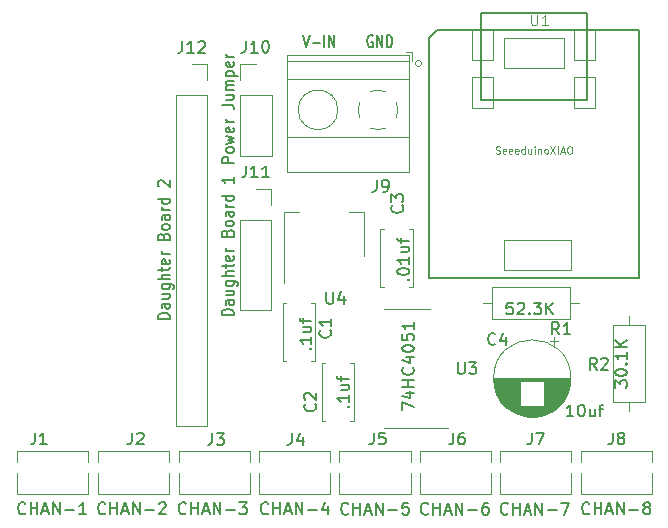
<source format=gbr>
%TF.GenerationSoftware,KiCad,Pcbnew,5.1.10-88a1d61d58~90~ubuntu20.04.1*%
%TF.CreationDate,2021-09-13T14:47:35-04:00*%
%TF.ProjectId,VoltageCurrentMeter,566f6c74-6167-4654-9375-7272656e744d,rev?*%
%TF.SameCoordinates,Original*%
%TF.FileFunction,Legend,Top*%
%TF.FilePolarity,Positive*%
%FSLAX46Y46*%
G04 Gerber Fmt 4.6, Leading zero omitted, Abs format (unit mm)*
G04 Created by KiCad (PCBNEW 5.1.10-88a1d61d58~90~ubuntu20.04.1) date 2021-09-13 14:47:35*
%MOMM*%
%LPD*%
G01*
G04 APERTURE LIST*
%ADD10C,0.120000*%
%ADD11C,0.100000*%
%ADD12C,0.127000*%
%ADD13C,0.066040*%
%ADD14C,0.150000*%
%ADD15C,0.101600*%
%ADD16C,0.076200*%
G04 APERTURE END LIST*
D10*
%TO.C,J12*%
X70485000Y-84953800D02*
X71815000Y-84953800D01*
X71815000Y-84953800D02*
X71815000Y-86283800D01*
X71815000Y-87553800D02*
X71815000Y-115553800D01*
X69155000Y-115553800D02*
X71815000Y-115553800D01*
X69155000Y-87553800D02*
X69155000Y-115553800D01*
X69155000Y-87553800D02*
X71815000Y-87553800D01*
%TO.C,J10*%
X74616000Y-84928400D02*
X75946000Y-84928400D01*
X74616000Y-86258400D02*
X74616000Y-84928400D01*
X74616000Y-87528400D02*
X77276000Y-87528400D01*
X77276000Y-87528400D02*
X77276000Y-92668400D01*
X74616000Y-87528400D02*
X74616000Y-92668400D01*
X74616000Y-92668400D02*
X77276000Y-92668400D01*
%TO.C,J11*%
X75895200Y-95494800D02*
X77225200Y-95494800D01*
X77225200Y-95494800D02*
X77225200Y-96824800D01*
X77225200Y-98094800D02*
X77225200Y-105774800D01*
X74565200Y-105774800D02*
X77225200Y-105774800D01*
X74565200Y-98094800D02*
X74565200Y-105774800D01*
X74565200Y-98094800D02*
X77225200Y-98094800D01*
%TO.C,J8*%
X103416000Y-117692400D02*
X109436000Y-117692400D01*
X103416000Y-119542400D02*
X103416000Y-121362400D01*
X103416000Y-121362400D02*
X109436000Y-121362400D01*
X109436000Y-119542400D02*
X109436000Y-121362400D01*
X103416000Y-117692400D02*
X103416000Y-118642400D01*
X109436000Y-117692400D02*
X109436000Y-118642400D01*
%TO.C,J7*%
X96608800Y-117692400D02*
X102628800Y-117692400D01*
X96608800Y-119542400D02*
X96608800Y-121362400D01*
X96608800Y-121362400D02*
X102628800Y-121362400D01*
X102628800Y-119542400D02*
X102628800Y-121362400D01*
X96608800Y-117692400D02*
X96608800Y-118642400D01*
X102628800Y-117692400D02*
X102628800Y-118642400D01*
%TO.C,J6*%
X89801600Y-117692400D02*
X95821600Y-117692400D01*
X89801600Y-119542400D02*
X89801600Y-121362400D01*
X89801600Y-121362400D02*
X95821600Y-121362400D01*
X95821600Y-119542400D02*
X95821600Y-121362400D01*
X89801600Y-117692400D02*
X89801600Y-118642400D01*
X95821600Y-117692400D02*
X95821600Y-118642400D01*
%TO.C,J5*%
X82994400Y-117692400D02*
X89014400Y-117692400D01*
X82994400Y-119542400D02*
X82994400Y-121362400D01*
X82994400Y-121362400D02*
X89014400Y-121362400D01*
X89014400Y-119542400D02*
X89014400Y-121362400D01*
X82994400Y-117692400D02*
X82994400Y-118642400D01*
X89014400Y-117692400D02*
X89014400Y-118642400D01*
%TO.C,J4*%
X76187200Y-117692400D02*
X82207200Y-117692400D01*
X76187200Y-119542400D02*
X76187200Y-121362400D01*
X76187200Y-121362400D02*
X82207200Y-121362400D01*
X82207200Y-119542400D02*
X82207200Y-121362400D01*
X76187200Y-117692400D02*
X76187200Y-118642400D01*
X82207200Y-117692400D02*
X82207200Y-118642400D01*
%TO.C,J3*%
X69380000Y-117692400D02*
X75400000Y-117692400D01*
X69380000Y-119542400D02*
X69380000Y-121362400D01*
X69380000Y-121362400D02*
X75400000Y-121362400D01*
X75400000Y-119542400D02*
X75400000Y-121362400D01*
X69380000Y-117692400D02*
X69380000Y-118642400D01*
X75400000Y-117692400D02*
X75400000Y-118642400D01*
%TO.C,J2*%
X68542000Y-117692400D02*
X68542000Y-118642400D01*
X62522000Y-117692400D02*
X62522000Y-118642400D01*
X68542000Y-119542400D02*
X68542000Y-121362400D01*
X62522000Y-121362400D02*
X68542000Y-121362400D01*
X62522000Y-119542400D02*
X62522000Y-121362400D01*
X62522000Y-117692400D02*
X68542000Y-117692400D01*
%TO.C,J1*%
X55664000Y-117692400D02*
X61684000Y-117692400D01*
X55664000Y-119542400D02*
X55664000Y-121362400D01*
X55664000Y-121362400D02*
X61684000Y-121362400D01*
X61684000Y-119542400D02*
X61684000Y-121362400D01*
X55664000Y-117692400D02*
X55664000Y-118642400D01*
X61684000Y-117692400D02*
X61684000Y-118642400D01*
D11*
%TO.C,U1*%
X89941400Y-84861400D02*
G75*
G03*
X89941400Y-84861400I-254000J0D01*
G01*
D12*
X94970600Y-87952580D02*
X94970600Y-80599280D01*
X103969820Y-87952580D02*
X94970600Y-87952580D01*
X103969820Y-80599280D02*
X103969820Y-87952580D01*
X94975680Y-80599280D02*
X103969820Y-80599280D01*
X90576400Y-82694780D02*
X90576400Y-103022400D01*
X91246960Y-82024220D02*
X90576400Y-82694780D01*
X108374180Y-82024220D02*
X91246960Y-82024220D01*
X108374180Y-103022400D02*
X108374180Y-82024220D01*
X90576400Y-103022400D02*
X108374180Y-103022400D01*
D13*
X102895400Y-84607400D02*
X102895400Y-81940400D01*
X102895400Y-81940400D02*
X104673400Y-81940400D01*
X104673400Y-84607400D02*
X104673400Y-81940400D01*
X102895400Y-84607400D02*
X104673400Y-84607400D01*
X102895400Y-88673940D02*
X102895400Y-86004400D01*
X102895400Y-86004400D02*
X104673400Y-86004400D01*
X104673400Y-88673940D02*
X104673400Y-86004400D01*
X102895400Y-88673940D02*
X104673400Y-88673940D01*
X94259400Y-88673940D02*
X94259400Y-86004400D01*
X94259400Y-86004400D02*
X96037400Y-86004400D01*
X96037400Y-88673940D02*
X96037400Y-86004400D01*
X94259400Y-88673940D02*
X96037400Y-88673940D01*
X94259400Y-84607400D02*
X94259400Y-81940400D01*
X94259400Y-81940400D02*
X96037400Y-81940400D01*
X96037400Y-84607400D02*
X96037400Y-81940400D01*
X94259400Y-84607400D02*
X96037400Y-84607400D01*
X96926400Y-102387400D02*
X96926400Y-99847400D01*
X96926400Y-99847400D02*
X102641400Y-99847400D01*
X102641400Y-102387400D02*
X102641400Y-99847400D01*
X96926400Y-102387400D02*
X102641400Y-102387400D01*
X96926400Y-85242400D02*
X96926400Y-82702400D01*
X96926400Y-82702400D02*
X102006400Y-82702400D01*
X102006400Y-85242400D02*
X102006400Y-82702400D01*
X96926400Y-85242400D02*
X102006400Y-85242400D01*
D10*
%TO.C,U4*%
X78276400Y-103451500D02*
X78276400Y-97441500D01*
X85096400Y-101201500D02*
X85096400Y-97441500D01*
X78276400Y-97441500D02*
X79536400Y-97441500D01*
X85096400Y-97441500D02*
X83836400Y-97441500D01*
%TO.C,C1*%
X78497800Y-110075200D02*
X78182800Y-110075200D01*
X80922800Y-110075200D02*
X80607800Y-110075200D01*
X78497800Y-105135200D02*
X78182800Y-105135200D01*
X80922800Y-105135200D02*
X80607800Y-105135200D01*
X78182800Y-105135200D02*
X78182800Y-110075200D01*
X80922800Y-105135200D02*
X80922800Y-110075200D01*
%TO.C,C2*%
X81484800Y-115133600D02*
X81484800Y-110193600D01*
X84224800Y-115133600D02*
X84224800Y-110193600D01*
X81484800Y-115133600D02*
X81799800Y-115133600D01*
X83909800Y-115133600D02*
X84224800Y-115133600D01*
X81484800Y-110193600D02*
X81799800Y-110193600D01*
X83909800Y-110193600D02*
X84224800Y-110193600D01*
%TO.C,C3*%
X86463200Y-103805200D02*
X86463200Y-98865200D01*
X89203200Y-103805200D02*
X89203200Y-98865200D01*
X86463200Y-103805200D02*
X86778200Y-103805200D01*
X88888200Y-103805200D02*
X89203200Y-103805200D01*
X86463200Y-98865200D02*
X86778200Y-98865200D01*
X88888200Y-98865200D02*
X89203200Y-98865200D01*
%TO.C,C4*%
X102584000Y-111536800D02*
G75*
G03*
X102584000Y-111536800I-3270000J0D01*
G01*
X102544000Y-111536800D02*
X96084000Y-111536800D01*
X102544000Y-111576800D02*
X96084000Y-111576800D01*
X102544000Y-111616800D02*
X96084000Y-111616800D01*
X102542000Y-111656800D02*
X96086000Y-111656800D01*
X102541000Y-111696800D02*
X96087000Y-111696800D01*
X102538000Y-111736800D02*
X96090000Y-111736800D01*
X102536000Y-111776800D02*
X100354000Y-111776800D01*
X98274000Y-111776800D02*
X96092000Y-111776800D01*
X102532000Y-111816800D02*
X100354000Y-111816800D01*
X98274000Y-111816800D02*
X96096000Y-111816800D01*
X102529000Y-111856800D02*
X100354000Y-111856800D01*
X98274000Y-111856800D02*
X96099000Y-111856800D01*
X102525000Y-111896800D02*
X100354000Y-111896800D01*
X98274000Y-111896800D02*
X96103000Y-111896800D01*
X102520000Y-111936800D02*
X100354000Y-111936800D01*
X98274000Y-111936800D02*
X96108000Y-111936800D01*
X102515000Y-111976800D02*
X100354000Y-111976800D01*
X98274000Y-111976800D02*
X96113000Y-111976800D01*
X102509000Y-112016800D02*
X100354000Y-112016800D01*
X98274000Y-112016800D02*
X96119000Y-112016800D01*
X102503000Y-112056800D02*
X100354000Y-112056800D01*
X98274000Y-112056800D02*
X96125000Y-112056800D01*
X102496000Y-112096800D02*
X100354000Y-112096800D01*
X98274000Y-112096800D02*
X96132000Y-112096800D01*
X102489000Y-112136800D02*
X100354000Y-112136800D01*
X98274000Y-112136800D02*
X96139000Y-112136800D01*
X102481000Y-112176800D02*
X100354000Y-112176800D01*
X98274000Y-112176800D02*
X96147000Y-112176800D01*
X102473000Y-112216800D02*
X100354000Y-112216800D01*
X98274000Y-112216800D02*
X96155000Y-112216800D01*
X102464000Y-112257800D02*
X100354000Y-112257800D01*
X98274000Y-112257800D02*
X96164000Y-112257800D01*
X102455000Y-112297800D02*
X100354000Y-112297800D01*
X98274000Y-112297800D02*
X96173000Y-112297800D01*
X102445000Y-112337800D02*
X100354000Y-112337800D01*
X98274000Y-112337800D02*
X96183000Y-112337800D01*
X102435000Y-112377800D02*
X100354000Y-112377800D01*
X98274000Y-112377800D02*
X96193000Y-112377800D01*
X102424000Y-112417800D02*
X100354000Y-112417800D01*
X98274000Y-112417800D02*
X96204000Y-112417800D01*
X102412000Y-112457800D02*
X100354000Y-112457800D01*
X98274000Y-112457800D02*
X96216000Y-112457800D01*
X102400000Y-112497800D02*
X100354000Y-112497800D01*
X98274000Y-112497800D02*
X96228000Y-112497800D01*
X102388000Y-112537800D02*
X100354000Y-112537800D01*
X98274000Y-112537800D02*
X96240000Y-112537800D01*
X102375000Y-112577800D02*
X100354000Y-112577800D01*
X98274000Y-112577800D02*
X96253000Y-112577800D01*
X102361000Y-112617800D02*
X100354000Y-112617800D01*
X98274000Y-112617800D02*
X96267000Y-112617800D01*
X102347000Y-112657800D02*
X100354000Y-112657800D01*
X98274000Y-112657800D02*
X96281000Y-112657800D01*
X102332000Y-112697800D02*
X100354000Y-112697800D01*
X98274000Y-112697800D02*
X96296000Y-112697800D01*
X102316000Y-112737800D02*
X100354000Y-112737800D01*
X98274000Y-112737800D02*
X96312000Y-112737800D01*
X102300000Y-112777800D02*
X100354000Y-112777800D01*
X98274000Y-112777800D02*
X96328000Y-112777800D01*
X102284000Y-112817800D02*
X100354000Y-112817800D01*
X98274000Y-112817800D02*
X96344000Y-112817800D01*
X102266000Y-112857800D02*
X100354000Y-112857800D01*
X98274000Y-112857800D02*
X96362000Y-112857800D01*
X102248000Y-112897800D02*
X100354000Y-112897800D01*
X98274000Y-112897800D02*
X96380000Y-112897800D01*
X102230000Y-112937800D02*
X100354000Y-112937800D01*
X98274000Y-112937800D02*
X96398000Y-112937800D01*
X102210000Y-112977800D02*
X100354000Y-112977800D01*
X98274000Y-112977800D02*
X96418000Y-112977800D01*
X102190000Y-113017800D02*
X100354000Y-113017800D01*
X98274000Y-113017800D02*
X96438000Y-113017800D01*
X102170000Y-113057800D02*
X100354000Y-113057800D01*
X98274000Y-113057800D02*
X96458000Y-113057800D01*
X102148000Y-113097800D02*
X100354000Y-113097800D01*
X98274000Y-113097800D02*
X96480000Y-113097800D01*
X102126000Y-113137800D02*
X100354000Y-113137800D01*
X98274000Y-113137800D02*
X96502000Y-113137800D01*
X102104000Y-113177800D02*
X100354000Y-113177800D01*
X98274000Y-113177800D02*
X96524000Y-113177800D01*
X102080000Y-113217800D02*
X100354000Y-113217800D01*
X98274000Y-113217800D02*
X96548000Y-113217800D01*
X102056000Y-113257800D02*
X100354000Y-113257800D01*
X98274000Y-113257800D02*
X96572000Y-113257800D01*
X102030000Y-113297800D02*
X100354000Y-113297800D01*
X98274000Y-113297800D02*
X96598000Y-113297800D01*
X102004000Y-113337800D02*
X100354000Y-113337800D01*
X98274000Y-113337800D02*
X96624000Y-113337800D01*
X101978000Y-113377800D02*
X100354000Y-113377800D01*
X98274000Y-113377800D02*
X96650000Y-113377800D01*
X101950000Y-113417800D02*
X100354000Y-113417800D01*
X98274000Y-113417800D02*
X96678000Y-113417800D01*
X101921000Y-113457800D02*
X100354000Y-113457800D01*
X98274000Y-113457800D02*
X96707000Y-113457800D01*
X101892000Y-113497800D02*
X100354000Y-113497800D01*
X98274000Y-113497800D02*
X96736000Y-113497800D01*
X101862000Y-113537800D02*
X100354000Y-113537800D01*
X98274000Y-113537800D02*
X96766000Y-113537800D01*
X101830000Y-113577800D02*
X100354000Y-113577800D01*
X98274000Y-113577800D02*
X96798000Y-113577800D01*
X101798000Y-113617800D02*
X100354000Y-113617800D01*
X98274000Y-113617800D02*
X96830000Y-113617800D01*
X101764000Y-113657800D02*
X100354000Y-113657800D01*
X98274000Y-113657800D02*
X96864000Y-113657800D01*
X101730000Y-113697800D02*
X100354000Y-113697800D01*
X98274000Y-113697800D02*
X96898000Y-113697800D01*
X101694000Y-113737800D02*
X100354000Y-113737800D01*
X98274000Y-113737800D02*
X96934000Y-113737800D01*
X101657000Y-113777800D02*
X100354000Y-113777800D01*
X98274000Y-113777800D02*
X96971000Y-113777800D01*
X101619000Y-113817800D02*
X100354000Y-113817800D01*
X98274000Y-113817800D02*
X97009000Y-113817800D01*
X101579000Y-113857800D02*
X97049000Y-113857800D01*
X101538000Y-113897800D02*
X97090000Y-113897800D01*
X101496000Y-113937800D02*
X97132000Y-113937800D01*
X101451000Y-113977800D02*
X97177000Y-113977800D01*
X101406000Y-114017800D02*
X97222000Y-114017800D01*
X101358000Y-114057800D02*
X97270000Y-114057800D01*
X101309000Y-114097800D02*
X97319000Y-114097800D01*
X101258000Y-114137800D02*
X97370000Y-114137800D01*
X101204000Y-114177800D02*
X97424000Y-114177800D01*
X101148000Y-114217800D02*
X97480000Y-114217800D01*
X101090000Y-114257800D02*
X97538000Y-114257800D01*
X101028000Y-114297800D02*
X97600000Y-114297800D01*
X100964000Y-114337800D02*
X97664000Y-114337800D01*
X100895000Y-114377800D02*
X97733000Y-114377800D01*
X100823000Y-114417800D02*
X97805000Y-114417800D01*
X100746000Y-114457800D02*
X97882000Y-114457800D01*
X100664000Y-114497800D02*
X97964000Y-114497800D01*
X100576000Y-114537800D02*
X98052000Y-114537800D01*
X100479000Y-114577800D02*
X98149000Y-114577800D01*
X100373000Y-114617800D02*
X98255000Y-114617800D01*
X100254000Y-114657800D02*
X98374000Y-114657800D01*
X100116000Y-114697800D02*
X98512000Y-114697800D01*
X99947000Y-114737800D02*
X98681000Y-114737800D01*
X99716000Y-114777800D02*
X98912000Y-114777800D01*
X101153000Y-108036559D02*
X101153000Y-108666559D01*
X101468000Y-108351559D02*
X100838000Y-108351559D01*
%TO.C,J9*%
X82858400Y-88798400D02*
G75*
G03*
X82858400Y-88798400I-1680000J0D01*
G01*
X88858400Y-84698400D02*
X78578400Y-84698400D01*
X88858400Y-86198400D02*
X78578400Y-86198400D01*
X88858400Y-91099400D02*
X78578400Y-91099400D01*
X88858400Y-94059400D02*
X78578400Y-94059400D01*
X88858400Y-84138400D02*
X78578400Y-84138400D01*
X88858400Y-94059400D02*
X88858400Y-84138400D01*
X78578400Y-94059400D02*
X78578400Y-84138400D01*
X79903400Y-89867400D02*
X79950400Y-89821400D01*
X82212400Y-87559400D02*
X82247400Y-87524400D01*
X80108400Y-90073400D02*
X80143400Y-90037400D01*
X82405400Y-87775400D02*
X82452400Y-87729400D01*
X89098400Y-84638400D02*
X89098400Y-83898400D01*
X89098400Y-83898400D02*
X88598400Y-83898400D01*
X85575082Y-87263644D02*
G75*
G02*
X86258400Y-87118400I683318J-1534756D01*
G01*
X84722974Y-89481442D02*
G75*
G02*
X84723400Y-88114400I1535426J683042D01*
G01*
X86941442Y-90333826D02*
G75*
G02*
X85574400Y-90333400I-683042J1535426D01*
G01*
X87793826Y-88115358D02*
G75*
G02*
X87793400Y-89482400I-1535426J-683042D01*
G01*
X86229595Y-87118147D02*
G75*
G02*
X86942400Y-87263400I28805J-1680253D01*
G01*
%TO.C,R1*%
X103252400Y-105156000D02*
X102482400Y-105156000D01*
X95172400Y-105156000D02*
X95942400Y-105156000D01*
X102482400Y-103786000D02*
X95942400Y-103786000D01*
X102482400Y-106526000D02*
X102482400Y-103786000D01*
X95942400Y-106526000D02*
X102482400Y-106526000D01*
X95942400Y-103786000D02*
X95942400Y-106526000D01*
%TO.C,R2*%
X108862800Y-107016800D02*
X106122800Y-107016800D01*
X106122800Y-107016800D02*
X106122800Y-113556800D01*
X106122800Y-113556800D02*
X108862800Y-113556800D01*
X108862800Y-113556800D02*
X108862800Y-107016800D01*
X107492800Y-106246800D02*
X107492800Y-107016800D01*
X107492800Y-114326800D02*
X107492800Y-113556800D01*
%TO.C,U3*%
X88747600Y-105633200D02*
X86797600Y-105633200D01*
X88747600Y-105633200D02*
X90697600Y-105633200D01*
X88747600Y-115753200D02*
X86797600Y-115753200D01*
X88747600Y-115753200D02*
X92197600Y-115753200D01*
%TO.C,J12*%
D14*
X69675476Y-82966180D02*
X69675476Y-83680466D01*
X69627857Y-83823323D01*
X69532619Y-83918561D01*
X69389761Y-83966180D01*
X69294523Y-83966180D01*
X70675476Y-83966180D02*
X70104047Y-83966180D01*
X70389761Y-83966180D02*
X70389761Y-82966180D01*
X70294523Y-83109038D01*
X70199285Y-83204276D01*
X70104047Y-83251895D01*
X71056428Y-83061419D02*
X71104047Y-83013800D01*
X71199285Y-82966180D01*
X71437380Y-82966180D01*
X71532619Y-83013800D01*
X71580238Y-83061419D01*
X71627857Y-83156657D01*
X71627857Y-83251895D01*
X71580238Y-83394752D01*
X71008809Y-83966180D01*
X71627857Y-83966180D01*
X68625980Y-106484800D02*
X67625980Y-106484800D01*
X67625980Y-106270514D01*
X67673600Y-106141942D01*
X67768838Y-106056228D01*
X67864076Y-106013371D01*
X68054552Y-105970514D01*
X68197409Y-105970514D01*
X68387885Y-106013371D01*
X68483123Y-106056228D01*
X68578361Y-106141942D01*
X68625980Y-106270514D01*
X68625980Y-106484800D01*
X68625980Y-105199085D02*
X68102171Y-105199085D01*
X68006933Y-105241942D01*
X67959314Y-105327657D01*
X67959314Y-105499085D01*
X68006933Y-105584800D01*
X68578361Y-105199085D02*
X68625980Y-105284800D01*
X68625980Y-105499085D01*
X68578361Y-105584800D01*
X68483123Y-105627657D01*
X68387885Y-105627657D01*
X68292647Y-105584800D01*
X68245028Y-105499085D01*
X68245028Y-105284800D01*
X68197409Y-105199085D01*
X67959314Y-104384800D02*
X68625980Y-104384800D01*
X67959314Y-104770514D02*
X68483123Y-104770514D01*
X68578361Y-104727657D01*
X68625980Y-104641942D01*
X68625980Y-104513371D01*
X68578361Y-104427657D01*
X68530742Y-104384800D01*
X67959314Y-103570514D02*
X68768838Y-103570514D01*
X68864076Y-103613371D01*
X68911695Y-103656228D01*
X68959314Y-103741942D01*
X68959314Y-103870514D01*
X68911695Y-103956228D01*
X68578361Y-103570514D02*
X68625980Y-103656228D01*
X68625980Y-103827657D01*
X68578361Y-103913371D01*
X68530742Y-103956228D01*
X68435504Y-103999085D01*
X68149790Y-103999085D01*
X68054552Y-103956228D01*
X68006933Y-103913371D01*
X67959314Y-103827657D01*
X67959314Y-103656228D01*
X68006933Y-103570514D01*
X68625980Y-103141942D02*
X67625980Y-103141942D01*
X68625980Y-102756228D02*
X68102171Y-102756228D01*
X68006933Y-102799085D01*
X67959314Y-102884800D01*
X67959314Y-103013371D01*
X68006933Y-103099085D01*
X68054552Y-103141942D01*
X67959314Y-102456228D02*
X67959314Y-102113371D01*
X67625980Y-102327657D02*
X68483123Y-102327657D01*
X68578361Y-102284800D01*
X68625980Y-102199085D01*
X68625980Y-102113371D01*
X68578361Y-101470514D02*
X68625980Y-101556228D01*
X68625980Y-101727657D01*
X68578361Y-101813371D01*
X68483123Y-101856228D01*
X68102171Y-101856228D01*
X68006933Y-101813371D01*
X67959314Y-101727657D01*
X67959314Y-101556228D01*
X68006933Y-101470514D01*
X68102171Y-101427657D01*
X68197409Y-101427657D01*
X68292647Y-101856228D01*
X68625980Y-101041942D02*
X67959314Y-101041942D01*
X68149790Y-101041942D02*
X68054552Y-100999085D01*
X68006933Y-100956228D01*
X67959314Y-100870514D01*
X67959314Y-100784800D01*
X68102171Y-99499085D02*
X68149790Y-99370514D01*
X68197409Y-99327657D01*
X68292647Y-99284800D01*
X68435504Y-99284800D01*
X68530742Y-99327657D01*
X68578361Y-99370514D01*
X68625980Y-99456228D01*
X68625980Y-99799085D01*
X67625980Y-99799085D01*
X67625980Y-99499085D01*
X67673600Y-99413371D01*
X67721219Y-99370514D01*
X67816457Y-99327657D01*
X67911695Y-99327657D01*
X68006933Y-99370514D01*
X68054552Y-99413371D01*
X68102171Y-99499085D01*
X68102171Y-99799085D01*
X68625980Y-98770514D02*
X68578361Y-98856228D01*
X68530742Y-98899085D01*
X68435504Y-98941942D01*
X68149790Y-98941942D01*
X68054552Y-98899085D01*
X68006933Y-98856228D01*
X67959314Y-98770514D01*
X67959314Y-98641942D01*
X68006933Y-98556228D01*
X68054552Y-98513371D01*
X68149790Y-98470514D01*
X68435504Y-98470514D01*
X68530742Y-98513371D01*
X68578361Y-98556228D01*
X68625980Y-98641942D01*
X68625980Y-98770514D01*
X68625980Y-97699085D02*
X68102171Y-97699085D01*
X68006933Y-97741942D01*
X67959314Y-97827657D01*
X67959314Y-97999085D01*
X68006933Y-98084800D01*
X68578361Y-97699085D02*
X68625980Y-97784800D01*
X68625980Y-97999085D01*
X68578361Y-98084800D01*
X68483123Y-98127657D01*
X68387885Y-98127657D01*
X68292647Y-98084800D01*
X68245028Y-97999085D01*
X68245028Y-97784800D01*
X68197409Y-97699085D01*
X68625980Y-97270514D02*
X67959314Y-97270514D01*
X68149790Y-97270514D02*
X68054552Y-97227657D01*
X68006933Y-97184800D01*
X67959314Y-97099085D01*
X67959314Y-97013371D01*
X68625980Y-96327657D02*
X67625980Y-96327657D01*
X68578361Y-96327657D02*
X68625980Y-96413371D01*
X68625980Y-96584800D01*
X68578361Y-96670514D01*
X68530742Y-96713371D01*
X68435504Y-96756228D01*
X68149790Y-96756228D01*
X68054552Y-96713371D01*
X68006933Y-96670514D01*
X67959314Y-96584800D01*
X67959314Y-96413371D01*
X68006933Y-96327657D01*
X67721219Y-95256228D02*
X67673600Y-95213371D01*
X67625980Y-95127657D01*
X67625980Y-94913371D01*
X67673600Y-94827657D01*
X67721219Y-94784800D01*
X67816457Y-94741942D01*
X67911695Y-94741942D01*
X68054552Y-94784800D01*
X68625980Y-95299085D01*
X68625980Y-94741942D01*
%TO.C,J10*%
X75060276Y-82942180D02*
X75060276Y-83656466D01*
X75012657Y-83799323D01*
X74917419Y-83894561D01*
X74774561Y-83942180D01*
X74679323Y-83942180D01*
X76060276Y-83942180D02*
X75488847Y-83942180D01*
X75774561Y-83942180D02*
X75774561Y-82942180D01*
X75679323Y-83085038D01*
X75584085Y-83180276D01*
X75488847Y-83227895D01*
X76679323Y-82942180D02*
X76774561Y-82942180D01*
X76869800Y-82989800D01*
X76917419Y-83037419D01*
X76965038Y-83132657D01*
X77012657Y-83323133D01*
X77012657Y-83561228D01*
X76965038Y-83751704D01*
X76917419Y-83846942D01*
X76869800Y-83894561D01*
X76774561Y-83942180D01*
X76679323Y-83942180D01*
X76584085Y-83894561D01*
X76536466Y-83846942D01*
X76488847Y-83751704D01*
X76441228Y-83561228D01*
X76441228Y-83323133D01*
X76488847Y-83132657D01*
X76536466Y-83037419D01*
X76584085Y-82989800D01*
X76679323Y-82942180D01*
X74061580Y-93290457D02*
X73061580Y-93290457D01*
X73061580Y-92947600D01*
X73109200Y-92861885D01*
X73156819Y-92819028D01*
X73252057Y-92776171D01*
X73394914Y-92776171D01*
X73490152Y-92819028D01*
X73537771Y-92861885D01*
X73585390Y-92947600D01*
X73585390Y-93290457D01*
X74061580Y-92261885D02*
X74013961Y-92347600D01*
X73966342Y-92390457D01*
X73871104Y-92433314D01*
X73585390Y-92433314D01*
X73490152Y-92390457D01*
X73442533Y-92347600D01*
X73394914Y-92261885D01*
X73394914Y-92133314D01*
X73442533Y-92047600D01*
X73490152Y-92004742D01*
X73585390Y-91961885D01*
X73871104Y-91961885D01*
X73966342Y-92004742D01*
X74013961Y-92047600D01*
X74061580Y-92133314D01*
X74061580Y-92261885D01*
X73394914Y-91661885D02*
X74061580Y-91490457D01*
X73585390Y-91319028D01*
X74061580Y-91147600D01*
X73394914Y-90976171D01*
X74013961Y-90290457D02*
X74061580Y-90376171D01*
X74061580Y-90547600D01*
X74013961Y-90633314D01*
X73918723Y-90676171D01*
X73537771Y-90676171D01*
X73442533Y-90633314D01*
X73394914Y-90547600D01*
X73394914Y-90376171D01*
X73442533Y-90290457D01*
X73537771Y-90247600D01*
X73633009Y-90247600D01*
X73728247Y-90676171D01*
X74061580Y-89861885D02*
X73394914Y-89861885D01*
X73585390Y-89861885D02*
X73490152Y-89819028D01*
X73442533Y-89776171D01*
X73394914Y-89690457D01*
X73394914Y-89604742D01*
X73061580Y-88361885D02*
X73775866Y-88361885D01*
X73918723Y-88404742D01*
X74013961Y-88490457D01*
X74061580Y-88619028D01*
X74061580Y-88704742D01*
X73394914Y-87547600D02*
X74061580Y-87547600D01*
X73394914Y-87933314D02*
X73918723Y-87933314D01*
X74013961Y-87890457D01*
X74061580Y-87804742D01*
X74061580Y-87676171D01*
X74013961Y-87590457D01*
X73966342Y-87547600D01*
X74061580Y-87119028D02*
X73394914Y-87119028D01*
X73490152Y-87119028D02*
X73442533Y-87076171D01*
X73394914Y-86990457D01*
X73394914Y-86861885D01*
X73442533Y-86776171D01*
X73537771Y-86733314D01*
X74061580Y-86733314D01*
X73537771Y-86733314D02*
X73442533Y-86690457D01*
X73394914Y-86604742D01*
X73394914Y-86476171D01*
X73442533Y-86390457D01*
X73537771Y-86347600D01*
X74061580Y-86347600D01*
X73394914Y-85919028D02*
X74394914Y-85919028D01*
X73442533Y-85919028D02*
X73394914Y-85833314D01*
X73394914Y-85661885D01*
X73442533Y-85576171D01*
X73490152Y-85533314D01*
X73585390Y-85490457D01*
X73871104Y-85490457D01*
X73966342Y-85533314D01*
X74013961Y-85576171D01*
X74061580Y-85661885D01*
X74061580Y-85833314D01*
X74013961Y-85919028D01*
X74013961Y-84761885D02*
X74061580Y-84847600D01*
X74061580Y-85019028D01*
X74013961Y-85104742D01*
X73918723Y-85147600D01*
X73537771Y-85147600D01*
X73442533Y-85104742D01*
X73394914Y-85019028D01*
X73394914Y-84847600D01*
X73442533Y-84761885D01*
X73537771Y-84719028D01*
X73633009Y-84719028D01*
X73728247Y-85147600D01*
X74061580Y-84333314D02*
X73394914Y-84333314D01*
X73585390Y-84333314D02*
X73490152Y-84290457D01*
X73442533Y-84247600D01*
X73394914Y-84161885D01*
X73394914Y-84076171D01*
%TO.C,J11*%
X75085676Y-93507180D02*
X75085676Y-94221466D01*
X75038057Y-94364323D01*
X74942819Y-94459561D01*
X74799961Y-94507180D01*
X74704723Y-94507180D01*
X76085676Y-94507180D02*
X75514247Y-94507180D01*
X75799961Y-94507180D02*
X75799961Y-93507180D01*
X75704723Y-93650038D01*
X75609485Y-93745276D01*
X75514247Y-93792895D01*
X77038057Y-94507180D02*
X76466628Y-94507180D01*
X76752342Y-94507180D02*
X76752342Y-93507180D01*
X76657104Y-93650038D01*
X76561866Y-93745276D01*
X76466628Y-93792895D01*
X74036180Y-106205400D02*
X73036180Y-106205400D01*
X73036180Y-105991114D01*
X73083800Y-105862542D01*
X73179038Y-105776828D01*
X73274276Y-105733971D01*
X73464752Y-105691114D01*
X73607609Y-105691114D01*
X73798085Y-105733971D01*
X73893323Y-105776828D01*
X73988561Y-105862542D01*
X74036180Y-105991114D01*
X74036180Y-106205400D01*
X74036180Y-104919685D02*
X73512371Y-104919685D01*
X73417133Y-104962542D01*
X73369514Y-105048257D01*
X73369514Y-105219685D01*
X73417133Y-105305400D01*
X73988561Y-104919685D02*
X74036180Y-105005400D01*
X74036180Y-105219685D01*
X73988561Y-105305400D01*
X73893323Y-105348257D01*
X73798085Y-105348257D01*
X73702847Y-105305400D01*
X73655228Y-105219685D01*
X73655228Y-105005400D01*
X73607609Y-104919685D01*
X73369514Y-104105400D02*
X74036180Y-104105400D01*
X73369514Y-104491114D02*
X73893323Y-104491114D01*
X73988561Y-104448257D01*
X74036180Y-104362542D01*
X74036180Y-104233971D01*
X73988561Y-104148257D01*
X73940942Y-104105400D01*
X73369514Y-103291114D02*
X74179038Y-103291114D01*
X74274276Y-103333971D01*
X74321895Y-103376828D01*
X74369514Y-103462542D01*
X74369514Y-103591114D01*
X74321895Y-103676828D01*
X73988561Y-103291114D02*
X74036180Y-103376828D01*
X74036180Y-103548257D01*
X73988561Y-103633971D01*
X73940942Y-103676828D01*
X73845704Y-103719685D01*
X73559990Y-103719685D01*
X73464752Y-103676828D01*
X73417133Y-103633971D01*
X73369514Y-103548257D01*
X73369514Y-103376828D01*
X73417133Y-103291114D01*
X74036180Y-102862542D02*
X73036180Y-102862542D01*
X74036180Y-102476828D02*
X73512371Y-102476828D01*
X73417133Y-102519685D01*
X73369514Y-102605400D01*
X73369514Y-102733971D01*
X73417133Y-102819685D01*
X73464752Y-102862542D01*
X73369514Y-102176828D02*
X73369514Y-101833971D01*
X73036180Y-102048257D02*
X73893323Y-102048257D01*
X73988561Y-102005400D01*
X74036180Y-101919685D01*
X74036180Y-101833971D01*
X73988561Y-101191114D02*
X74036180Y-101276828D01*
X74036180Y-101448257D01*
X73988561Y-101533971D01*
X73893323Y-101576828D01*
X73512371Y-101576828D01*
X73417133Y-101533971D01*
X73369514Y-101448257D01*
X73369514Y-101276828D01*
X73417133Y-101191114D01*
X73512371Y-101148257D01*
X73607609Y-101148257D01*
X73702847Y-101576828D01*
X74036180Y-100762542D02*
X73369514Y-100762542D01*
X73559990Y-100762542D02*
X73464752Y-100719685D01*
X73417133Y-100676828D01*
X73369514Y-100591114D01*
X73369514Y-100505400D01*
X73512371Y-99219685D02*
X73559990Y-99091114D01*
X73607609Y-99048257D01*
X73702847Y-99005400D01*
X73845704Y-99005400D01*
X73940942Y-99048257D01*
X73988561Y-99091114D01*
X74036180Y-99176828D01*
X74036180Y-99519685D01*
X73036180Y-99519685D01*
X73036180Y-99219685D01*
X73083800Y-99133971D01*
X73131419Y-99091114D01*
X73226657Y-99048257D01*
X73321895Y-99048257D01*
X73417133Y-99091114D01*
X73464752Y-99133971D01*
X73512371Y-99219685D01*
X73512371Y-99519685D01*
X74036180Y-98491114D02*
X73988561Y-98576828D01*
X73940942Y-98619685D01*
X73845704Y-98662542D01*
X73559990Y-98662542D01*
X73464752Y-98619685D01*
X73417133Y-98576828D01*
X73369514Y-98491114D01*
X73369514Y-98362542D01*
X73417133Y-98276828D01*
X73464752Y-98233971D01*
X73559990Y-98191114D01*
X73845704Y-98191114D01*
X73940942Y-98233971D01*
X73988561Y-98276828D01*
X74036180Y-98362542D01*
X74036180Y-98491114D01*
X74036180Y-97419685D02*
X73512371Y-97419685D01*
X73417133Y-97462542D01*
X73369514Y-97548257D01*
X73369514Y-97719685D01*
X73417133Y-97805400D01*
X73988561Y-97419685D02*
X74036180Y-97505400D01*
X74036180Y-97719685D01*
X73988561Y-97805400D01*
X73893323Y-97848257D01*
X73798085Y-97848257D01*
X73702847Y-97805400D01*
X73655228Y-97719685D01*
X73655228Y-97505400D01*
X73607609Y-97419685D01*
X74036180Y-96991114D02*
X73369514Y-96991114D01*
X73559990Y-96991114D02*
X73464752Y-96948257D01*
X73417133Y-96905400D01*
X73369514Y-96819685D01*
X73369514Y-96733971D01*
X74036180Y-96048257D02*
X73036180Y-96048257D01*
X73988561Y-96048257D02*
X74036180Y-96133971D01*
X74036180Y-96305400D01*
X73988561Y-96391114D01*
X73940942Y-96433971D01*
X73845704Y-96476828D01*
X73559990Y-96476828D01*
X73464752Y-96433971D01*
X73417133Y-96391114D01*
X73369514Y-96305400D01*
X73369514Y-96133971D01*
X73417133Y-96048257D01*
X74036180Y-94462542D02*
X74036180Y-94976828D01*
X74036180Y-94719685D02*
X73036180Y-94719685D01*
X73179038Y-94805400D01*
X73274276Y-94891114D01*
X73321895Y-94976828D01*
%TO.C,J8*%
X106118066Y-116114580D02*
X106118066Y-116828866D01*
X106070447Y-116971723D01*
X105975209Y-117066961D01*
X105832352Y-117114580D01*
X105737114Y-117114580D01*
X106737114Y-116543152D02*
X106641876Y-116495533D01*
X106594257Y-116447914D01*
X106546638Y-116352676D01*
X106546638Y-116305057D01*
X106594257Y-116209819D01*
X106641876Y-116162200D01*
X106737114Y-116114580D01*
X106927590Y-116114580D01*
X107022828Y-116162200D01*
X107070447Y-116209819D01*
X107118066Y-116305057D01*
X107118066Y-116352676D01*
X107070447Y-116447914D01*
X107022828Y-116495533D01*
X106927590Y-116543152D01*
X106737114Y-116543152D01*
X106641876Y-116590771D01*
X106594257Y-116638390D01*
X106546638Y-116733628D01*
X106546638Y-116924104D01*
X106594257Y-117019342D01*
X106641876Y-117066961D01*
X106737114Y-117114580D01*
X106927590Y-117114580D01*
X107022828Y-117066961D01*
X107070447Y-117019342D01*
X107118066Y-116924104D01*
X107118066Y-116733628D01*
X107070447Y-116638390D01*
X107022828Y-116590771D01*
X106927590Y-116543152D01*
X104164095Y-122937542D02*
X104116476Y-122985161D01*
X103973619Y-123032780D01*
X103878380Y-123032780D01*
X103735523Y-122985161D01*
X103640285Y-122889923D01*
X103592666Y-122794685D01*
X103545047Y-122604209D01*
X103545047Y-122461352D01*
X103592666Y-122270876D01*
X103640285Y-122175638D01*
X103735523Y-122080400D01*
X103878380Y-122032780D01*
X103973619Y-122032780D01*
X104116476Y-122080400D01*
X104164095Y-122128019D01*
X104592666Y-123032780D02*
X104592666Y-122032780D01*
X104592666Y-122508971D02*
X105164095Y-122508971D01*
X105164095Y-123032780D02*
X105164095Y-122032780D01*
X105592666Y-122747066D02*
X106068857Y-122747066D01*
X105497428Y-123032780D02*
X105830761Y-122032780D01*
X106164095Y-123032780D01*
X106497428Y-123032780D02*
X106497428Y-122032780D01*
X107068857Y-123032780D01*
X107068857Y-122032780D01*
X107545047Y-122651828D02*
X108306952Y-122651828D01*
X108926000Y-122461352D02*
X108830761Y-122413733D01*
X108783142Y-122366114D01*
X108735523Y-122270876D01*
X108735523Y-122223257D01*
X108783142Y-122128019D01*
X108830761Y-122080400D01*
X108926000Y-122032780D01*
X109116476Y-122032780D01*
X109211714Y-122080400D01*
X109259333Y-122128019D01*
X109306952Y-122223257D01*
X109306952Y-122270876D01*
X109259333Y-122366114D01*
X109211714Y-122413733D01*
X109116476Y-122461352D01*
X108926000Y-122461352D01*
X108830761Y-122508971D01*
X108783142Y-122556590D01*
X108735523Y-122651828D01*
X108735523Y-122842304D01*
X108783142Y-122937542D01*
X108830761Y-122985161D01*
X108926000Y-123032780D01*
X109116476Y-123032780D01*
X109211714Y-122985161D01*
X109259333Y-122937542D01*
X109306952Y-122842304D01*
X109306952Y-122651828D01*
X109259333Y-122556590D01*
X109211714Y-122508971D01*
X109116476Y-122461352D01*
%TO.C,J7*%
X99285466Y-116114580D02*
X99285466Y-116828866D01*
X99237847Y-116971723D01*
X99142609Y-117066961D01*
X98999752Y-117114580D01*
X98904514Y-117114580D01*
X99666419Y-116114580D02*
X100333085Y-116114580D01*
X99904514Y-117114580D01*
X97255295Y-122962942D02*
X97207676Y-123010561D01*
X97064819Y-123058180D01*
X96969580Y-123058180D01*
X96826723Y-123010561D01*
X96731485Y-122915323D01*
X96683866Y-122820085D01*
X96636247Y-122629609D01*
X96636247Y-122486752D01*
X96683866Y-122296276D01*
X96731485Y-122201038D01*
X96826723Y-122105800D01*
X96969580Y-122058180D01*
X97064819Y-122058180D01*
X97207676Y-122105800D01*
X97255295Y-122153419D01*
X97683866Y-123058180D02*
X97683866Y-122058180D01*
X97683866Y-122534371D02*
X98255295Y-122534371D01*
X98255295Y-123058180D02*
X98255295Y-122058180D01*
X98683866Y-122772466D02*
X99160057Y-122772466D01*
X98588628Y-123058180D02*
X98921961Y-122058180D01*
X99255295Y-123058180D01*
X99588628Y-123058180D02*
X99588628Y-122058180D01*
X100160057Y-123058180D01*
X100160057Y-122058180D01*
X100636247Y-122677228D02*
X101398152Y-122677228D01*
X101779104Y-122058180D02*
X102445771Y-122058180D01*
X102017200Y-123058180D01*
%TO.C,J6*%
X92630666Y-116114580D02*
X92630666Y-116828866D01*
X92583047Y-116971723D01*
X92487809Y-117066961D01*
X92344952Y-117114580D01*
X92249714Y-117114580D01*
X93535428Y-116114580D02*
X93344952Y-116114580D01*
X93249714Y-116162200D01*
X93202095Y-116209819D01*
X93106857Y-116352676D01*
X93059238Y-116543152D01*
X93059238Y-116924104D01*
X93106857Y-117019342D01*
X93154476Y-117066961D01*
X93249714Y-117114580D01*
X93440190Y-117114580D01*
X93535428Y-117066961D01*
X93583047Y-117019342D01*
X93630666Y-116924104D01*
X93630666Y-116686009D01*
X93583047Y-116590771D01*
X93535428Y-116543152D01*
X93440190Y-116495533D01*
X93249714Y-116495533D01*
X93154476Y-116543152D01*
X93106857Y-116590771D01*
X93059238Y-116686009D01*
X90498895Y-122962942D02*
X90451276Y-123010561D01*
X90308419Y-123058180D01*
X90213180Y-123058180D01*
X90070323Y-123010561D01*
X89975085Y-122915323D01*
X89927466Y-122820085D01*
X89879847Y-122629609D01*
X89879847Y-122486752D01*
X89927466Y-122296276D01*
X89975085Y-122201038D01*
X90070323Y-122105800D01*
X90213180Y-122058180D01*
X90308419Y-122058180D01*
X90451276Y-122105800D01*
X90498895Y-122153419D01*
X90927466Y-123058180D02*
X90927466Y-122058180D01*
X90927466Y-122534371D02*
X91498895Y-122534371D01*
X91498895Y-123058180D02*
X91498895Y-122058180D01*
X91927466Y-122772466D02*
X92403657Y-122772466D01*
X91832228Y-123058180D02*
X92165561Y-122058180D01*
X92498895Y-123058180D01*
X92832228Y-123058180D02*
X92832228Y-122058180D01*
X93403657Y-123058180D01*
X93403657Y-122058180D01*
X93879847Y-122677228D02*
X94641752Y-122677228D01*
X95546514Y-122058180D02*
X95356038Y-122058180D01*
X95260800Y-122105800D01*
X95213180Y-122153419D01*
X95117942Y-122296276D01*
X95070323Y-122486752D01*
X95070323Y-122867704D01*
X95117942Y-122962942D01*
X95165561Y-123010561D01*
X95260800Y-123058180D01*
X95451276Y-123058180D01*
X95546514Y-123010561D01*
X95594133Y-122962942D01*
X95641752Y-122867704D01*
X95641752Y-122629609D01*
X95594133Y-122534371D01*
X95546514Y-122486752D01*
X95451276Y-122439133D01*
X95260800Y-122439133D01*
X95165561Y-122486752D01*
X95117942Y-122534371D01*
X95070323Y-122629609D01*
%TO.C,J5*%
X85899666Y-116114580D02*
X85899666Y-116828866D01*
X85852047Y-116971723D01*
X85756809Y-117066961D01*
X85613952Y-117114580D01*
X85518714Y-117114580D01*
X86852047Y-116114580D02*
X86375857Y-116114580D01*
X86328238Y-116590771D01*
X86375857Y-116543152D01*
X86471095Y-116495533D01*
X86709190Y-116495533D01*
X86804428Y-116543152D01*
X86852047Y-116590771D01*
X86899666Y-116686009D01*
X86899666Y-116924104D01*
X86852047Y-117019342D01*
X86804428Y-117066961D01*
X86709190Y-117114580D01*
X86471095Y-117114580D01*
X86375857Y-117066961D01*
X86328238Y-117019342D01*
X83742495Y-122962942D02*
X83694876Y-123010561D01*
X83552019Y-123058180D01*
X83456780Y-123058180D01*
X83313923Y-123010561D01*
X83218685Y-122915323D01*
X83171066Y-122820085D01*
X83123447Y-122629609D01*
X83123447Y-122486752D01*
X83171066Y-122296276D01*
X83218685Y-122201038D01*
X83313923Y-122105800D01*
X83456780Y-122058180D01*
X83552019Y-122058180D01*
X83694876Y-122105800D01*
X83742495Y-122153419D01*
X84171066Y-123058180D02*
X84171066Y-122058180D01*
X84171066Y-122534371D02*
X84742495Y-122534371D01*
X84742495Y-123058180D02*
X84742495Y-122058180D01*
X85171066Y-122772466D02*
X85647257Y-122772466D01*
X85075828Y-123058180D02*
X85409161Y-122058180D01*
X85742495Y-123058180D01*
X86075828Y-123058180D02*
X86075828Y-122058180D01*
X86647257Y-123058180D01*
X86647257Y-122058180D01*
X87123447Y-122677228D02*
X87885352Y-122677228D01*
X88837733Y-122058180D02*
X88361542Y-122058180D01*
X88313923Y-122534371D01*
X88361542Y-122486752D01*
X88456780Y-122439133D01*
X88694876Y-122439133D01*
X88790114Y-122486752D01*
X88837733Y-122534371D01*
X88885352Y-122629609D01*
X88885352Y-122867704D01*
X88837733Y-122962942D01*
X88790114Y-123010561D01*
X88694876Y-123058180D01*
X88456780Y-123058180D01*
X88361542Y-123010561D01*
X88313923Y-122962942D01*
%TO.C,J4*%
X78965466Y-116165380D02*
X78965466Y-116879666D01*
X78917847Y-117022523D01*
X78822609Y-117117761D01*
X78679752Y-117165380D01*
X78584514Y-117165380D01*
X79870228Y-116498714D02*
X79870228Y-117165380D01*
X79632133Y-116117761D02*
X79394038Y-116832047D01*
X80013085Y-116832047D01*
X76960695Y-122937542D02*
X76913076Y-122985161D01*
X76770219Y-123032780D01*
X76674980Y-123032780D01*
X76532123Y-122985161D01*
X76436885Y-122889923D01*
X76389266Y-122794685D01*
X76341647Y-122604209D01*
X76341647Y-122461352D01*
X76389266Y-122270876D01*
X76436885Y-122175638D01*
X76532123Y-122080400D01*
X76674980Y-122032780D01*
X76770219Y-122032780D01*
X76913076Y-122080400D01*
X76960695Y-122128019D01*
X77389266Y-123032780D02*
X77389266Y-122032780D01*
X77389266Y-122508971D02*
X77960695Y-122508971D01*
X77960695Y-123032780D02*
X77960695Y-122032780D01*
X78389266Y-122747066D02*
X78865457Y-122747066D01*
X78294028Y-123032780D02*
X78627361Y-122032780D01*
X78960695Y-123032780D01*
X79294028Y-123032780D02*
X79294028Y-122032780D01*
X79865457Y-123032780D01*
X79865457Y-122032780D01*
X80341647Y-122651828D02*
X81103552Y-122651828D01*
X82008314Y-122366114D02*
X82008314Y-123032780D01*
X81770219Y-121985161D02*
X81532123Y-122699447D01*
X82151171Y-122699447D01*
%TO.C,J3*%
X72209066Y-116165380D02*
X72209066Y-116879666D01*
X72161447Y-117022523D01*
X72066209Y-117117761D01*
X71923352Y-117165380D01*
X71828114Y-117165380D01*
X72590019Y-116165380D02*
X73209066Y-116165380D01*
X72875733Y-116546333D01*
X73018590Y-116546333D01*
X73113828Y-116593952D01*
X73161447Y-116641571D01*
X73209066Y-116736809D01*
X73209066Y-116974904D01*
X73161447Y-117070142D01*
X73113828Y-117117761D01*
X73018590Y-117165380D01*
X72732876Y-117165380D01*
X72637638Y-117117761D01*
X72590019Y-117070142D01*
X70001095Y-122937542D02*
X69953476Y-122985161D01*
X69810619Y-123032780D01*
X69715380Y-123032780D01*
X69572523Y-122985161D01*
X69477285Y-122889923D01*
X69429666Y-122794685D01*
X69382047Y-122604209D01*
X69382047Y-122461352D01*
X69429666Y-122270876D01*
X69477285Y-122175638D01*
X69572523Y-122080400D01*
X69715380Y-122032780D01*
X69810619Y-122032780D01*
X69953476Y-122080400D01*
X70001095Y-122128019D01*
X70429666Y-123032780D02*
X70429666Y-122032780D01*
X70429666Y-122508971D02*
X71001095Y-122508971D01*
X71001095Y-123032780D02*
X71001095Y-122032780D01*
X71429666Y-122747066D02*
X71905857Y-122747066D01*
X71334428Y-123032780D02*
X71667761Y-122032780D01*
X72001095Y-123032780D01*
X72334428Y-123032780D02*
X72334428Y-122032780D01*
X72905857Y-123032780D01*
X72905857Y-122032780D01*
X73382047Y-122651828D02*
X74143952Y-122651828D01*
X74524904Y-122032780D02*
X75143952Y-122032780D01*
X74810619Y-122413733D01*
X74953476Y-122413733D01*
X75048714Y-122461352D01*
X75096333Y-122508971D01*
X75143952Y-122604209D01*
X75143952Y-122842304D01*
X75096333Y-122937542D01*
X75048714Y-122985161D01*
X74953476Y-123032780D01*
X74667761Y-123032780D01*
X74572523Y-122985161D01*
X74524904Y-122937542D01*
%TO.C,J2*%
X65427266Y-116114580D02*
X65427266Y-116828866D01*
X65379647Y-116971723D01*
X65284409Y-117066961D01*
X65141552Y-117114580D01*
X65046314Y-117114580D01*
X65855838Y-116209819D02*
X65903457Y-116162200D01*
X65998695Y-116114580D01*
X66236790Y-116114580D01*
X66332028Y-116162200D01*
X66379647Y-116209819D01*
X66427266Y-116305057D01*
X66427266Y-116400295D01*
X66379647Y-116543152D01*
X65808219Y-117114580D01*
X66427266Y-117114580D01*
X63168495Y-122937542D02*
X63120876Y-122985161D01*
X62978019Y-123032780D01*
X62882780Y-123032780D01*
X62739923Y-122985161D01*
X62644685Y-122889923D01*
X62597066Y-122794685D01*
X62549447Y-122604209D01*
X62549447Y-122461352D01*
X62597066Y-122270876D01*
X62644685Y-122175638D01*
X62739923Y-122080400D01*
X62882780Y-122032780D01*
X62978019Y-122032780D01*
X63120876Y-122080400D01*
X63168495Y-122128019D01*
X63597066Y-123032780D02*
X63597066Y-122032780D01*
X63597066Y-122508971D02*
X64168495Y-122508971D01*
X64168495Y-123032780D02*
X64168495Y-122032780D01*
X64597066Y-122747066D02*
X65073257Y-122747066D01*
X64501828Y-123032780D02*
X64835161Y-122032780D01*
X65168495Y-123032780D01*
X65501828Y-123032780D02*
X65501828Y-122032780D01*
X66073257Y-123032780D01*
X66073257Y-122032780D01*
X66549447Y-122651828D02*
X67311352Y-122651828D01*
X67739923Y-122128019D02*
X67787542Y-122080400D01*
X67882780Y-122032780D01*
X68120876Y-122032780D01*
X68216114Y-122080400D01*
X68263733Y-122128019D01*
X68311352Y-122223257D01*
X68311352Y-122318495D01*
X68263733Y-122461352D01*
X67692304Y-123032780D01*
X68311352Y-123032780D01*
%TO.C,J1*%
X57223066Y-116114580D02*
X57223066Y-116828866D01*
X57175447Y-116971723D01*
X57080209Y-117066961D01*
X56937352Y-117114580D01*
X56842114Y-117114580D01*
X58223066Y-117114580D02*
X57651638Y-117114580D01*
X57937352Y-117114580D02*
X57937352Y-116114580D01*
X57842114Y-116257438D01*
X57746876Y-116352676D01*
X57651638Y-116400295D01*
X56412095Y-122937542D02*
X56364476Y-122985161D01*
X56221619Y-123032780D01*
X56126380Y-123032780D01*
X55983523Y-122985161D01*
X55888285Y-122889923D01*
X55840666Y-122794685D01*
X55793047Y-122604209D01*
X55793047Y-122461352D01*
X55840666Y-122270876D01*
X55888285Y-122175638D01*
X55983523Y-122080400D01*
X56126380Y-122032780D01*
X56221619Y-122032780D01*
X56364476Y-122080400D01*
X56412095Y-122128019D01*
X56840666Y-123032780D02*
X56840666Y-122032780D01*
X56840666Y-122508971D02*
X57412095Y-122508971D01*
X57412095Y-123032780D02*
X57412095Y-122032780D01*
X57840666Y-122747066D02*
X58316857Y-122747066D01*
X57745428Y-123032780D02*
X58078761Y-122032780D01*
X58412095Y-123032780D01*
X58745428Y-123032780D02*
X58745428Y-122032780D01*
X59316857Y-123032780D01*
X59316857Y-122032780D01*
X59793047Y-122651828D02*
X60554952Y-122651828D01*
X61554952Y-123032780D02*
X60983523Y-123032780D01*
X61269238Y-123032780D02*
X61269238Y-122032780D01*
X61174000Y-122175638D01*
X61078761Y-122270876D01*
X60983523Y-122318495D01*
%TO.C,U1*%
D15*
X99233566Y-80755066D02*
X99233566Y-81474733D01*
X99275900Y-81559400D01*
X99318233Y-81601733D01*
X99402900Y-81644066D01*
X99572233Y-81644066D01*
X99656900Y-81601733D01*
X99699233Y-81559400D01*
X99741566Y-81474733D01*
X99741566Y-80755066D01*
X100630566Y-81644066D02*
X100122566Y-81644066D01*
X100376566Y-81644066D02*
X100376566Y-80755066D01*
X100291900Y-80882066D01*
X100207233Y-80966733D01*
X100122566Y-81009066D01*
D16*
X96244228Y-92474142D02*
X96331314Y-92503171D01*
X96476457Y-92503171D01*
X96534514Y-92474142D01*
X96563542Y-92445114D01*
X96592571Y-92387057D01*
X96592571Y-92329000D01*
X96563542Y-92270942D01*
X96534514Y-92241914D01*
X96476457Y-92212885D01*
X96360342Y-92183857D01*
X96302285Y-92154828D01*
X96273257Y-92125800D01*
X96244228Y-92067742D01*
X96244228Y-92009685D01*
X96273257Y-91951628D01*
X96302285Y-91922600D01*
X96360342Y-91893571D01*
X96505485Y-91893571D01*
X96592571Y-91922600D01*
X97086057Y-92474142D02*
X97028000Y-92503171D01*
X96911885Y-92503171D01*
X96853828Y-92474142D01*
X96824800Y-92416085D01*
X96824800Y-92183857D01*
X96853828Y-92125800D01*
X96911885Y-92096771D01*
X97028000Y-92096771D01*
X97086057Y-92125800D01*
X97115085Y-92183857D01*
X97115085Y-92241914D01*
X96824800Y-92299971D01*
X97608571Y-92474142D02*
X97550514Y-92503171D01*
X97434400Y-92503171D01*
X97376342Y-92474142D01*
X97347314Y-92416085D01*
X97347314Y-92183857D01*
X97376342Y-92125800D01*
X97434400Y-92096771D01*
X97550514Y-92096771D01*
X97608571Y-92125800D01*
X97637600Y-92183857D01*
X97637600Y-92241914D01*
X97347314Y-92299971D01*
X98131085Y-92474142D02*
X98073028Y-92503171D01*
X97956914Y-92503171D01*
X97898857Y-92474142D01*
X97869828Y-92416085D01*
X97869828Y-92183857D01*
X97898857Y-92125800D01*
X97956914Y-92096771D01*
X98073028Y-92096771D01*
X98131085Y-92125800D01*
X98160114Y-92183857D01*
X98160114Y-92241914D01*
X97869828Y-92299971D01*
X98682628Y-92503171D02*
X98682628Y-91893571D01*
X98682628Y-92474142D02*
X98624571Y-92503171D01*
X98508457Y-92503171D01*
X98450400Y-92474142D01*
X98421371Y-92445114D01*
X98392342Y-92387057D01*
X98392342Y-92212885D01*
X98421371Y-92154828D01*
X98450400Y-92125800D01*
X98508457Y-92096771D01*
X98624571Y-92096771D01*
X98682628Y-92125800D01*
X99234171Y-92096771D02*
X99234171Y-92503171D01*
X98972914Y-92096771D02*
X98972914Y-92416085D01*
X99001942Y-92474142D01*
X99060000Y-92503171D01*
X99147085Y-92503171D01*
X99205142Y-92474142D01*
X99234171Y-92445114D01*
X99524457Y-92503171D02*
X99524457Y-92096771D01*
X99524457Y-91893571D02*
X99495428Y-91922600D01*
X99524457Y-91951628D01*
X99553485Y-91922600D01*
X99524457Y-91893571D01*
X99524457Y-91951628D01*
X99814742Y-92096771D02*
X99814742Y-92503171D01*
X99814742Y-92154828D02*
X99843771Y-92125800D01*
X99901828Y-92096771D01*
X99988914Y-92096771D01*
X100046971Y-92125800D01*
X100076000Y-92183857D01*
X100076000Y-92503171D01*
X100453371Y-92503171D02*
X100395314Y-92474142D01*
X100366285Y-92445114D01*
X100337257Y-92387057D01*
X100337257Y-92212885D01*
X100366285Y-92154828D01*
X100395314Y-92125800D01*
X100453371Y-92096771D01*
X100540457Y-92096771D01*
X100598514Y-92125800D01*
X100627542Y-92154828D01*
X100656571Y-92212885D01*
X100656571Y-92387057D01*
X100627542Y-92445114D01*
X100598514Y-92474142D01*
X100540457Y-92503171D01*
X100453371Y-92503171D01*
X100859771Y-91893571D02*
X101266171Y-92503171D01*
X101266171Y-91893571D02*
X100859771Y-92503171D01*
X101498400Y-92503171D02*
X101498400Y-91893571D01*
X101759657Y-92329000D02*
X102049942Y-92329000D01*
X101701600Y-92503171D02*
X101904800Y-91893571D01*
X102108000Y-92503171D01*
X102427314Y-91893571D02*
X102543428Y-91893571D01*
X102601485Y-91922600D01*
X102659542Y-91980657D01*
X102688571Y-92096771D01*
X102688571Y-92299971D01*
X102659542Y-92416085D01*
X102601485Y-92474142D01*
X102543428Y-92503171D01*
X102427314Y-92503171D01*
X102369257Y-92474142D01*
X102311200Y-92416085D01*
X102282171Y-92299971D01*
X102282171Y-92096771D01*
X102311200Y-91980657D01*
X102369257Y-91922600D01*
X102427314Y-91893571D01*
%TO.C,U4*%
D14*
X81889695Y-104201980D02*
X81889695Y-105011504D01*
X81937314Y-105106742D01*
X81984933Y-105154361D01*
X82080171Y-105201980D01*
X82270647Y-105201980D01*
X82365885Y-105154361D01*
X82413504Y-105106742D01*
X82461123Y-105011504D01*
X82461123Y-104201980D01*
X83365885Y-104535314D02*
X83365885Y-105201980D01*
X83127790Y-104154361D02*
X82889695Y-104868647D01*
X83508742Y-104868647D01*
%TO.C,C1*%
X82195942Y-107456266D02*
X82243561Y-107503885D01*
X82291180Y-107646742D01*
X82291180Y-107741980D01*
X82243561Y-107884838D01*
X82148323Y-107980076D01*
X82053085Y-108027695D01*
X81862609Y-108075314D01*
X81719752Y-108075314D01*
X81529276Y-108027695D01*
X81434038Y-107980076D01*
X81338800Y-107884838D01*
X81291180Y-107741980D01*
X81291180Y-107646742D01*
X81338800Y-107503885D01*
X81386419Y-107456266D01*
X82291180Y-106503885D02*
X82291180Y-107075314D01*
X82291180Y-106789600D02*
X81291180Y-106789600D01*
X81434038Y-106884838D01*
X81529276Y-106980076D01*
X81576895Y-107075314D01*
X80519542Y-109011885D02*
X80567161Y-108964266D01*
X80614780Y-109011885D01*
X80567161Y-109059504D01*
X80519542Y-109011885D01*
X80614780Y-109011885D01*
X80614780Y-108011885D02*
X80614780Y-108583314D01*
X80614780Y-108297600D02*
X79614780Y-108297600D01*
X79757638Y-108392838D01*
X79852876Y-108488076D01*
X79900495Y-108583314D01*
X79948114Y-107154742D02*
X80614780Y-107154742D01*
X79948114Y-107583314D02*
X80471923Y-107583314D01*
X80567161Y-107535695D01*
X80614780Y-107440457D01*
X80614780Y-107297600D01*
X80567161Y-107202361D01*
X80519542Y-107154742D01*
X79948114Y-106821409D02*
X79948114Y-106440457D01*
X80614780Y-106678552D02*
X79757638Y-106678552D01*
X79662400Y-106630933D01*
X79614780Y-106535695D01*
X79614780Y-106440457D01*
%TO.C,C2*%
X80925942Y-113704666D02*
X80973561Y-113752285D01*
X81021180Y-113895142D01*
X81021180Y-113990380D01*
X80973561Y-114133238D01*
X80878323Y-114228476D01*
X80783085Y-114276095D01*
X80592609Y-114323714D01*
X80449752Y-114323714D01*
X80259276Y-114276095D01*
X80164038Y-114228476D01*
X80068800Y-114133238D01*
X80021180Y-113990380D01*
X80021180Y-113895142D01*
X80068800Y-113752285D01*
X80116419Y-113704666D01*
X80116419Y-113323714D02*
X80068800Y-113276095D01*
X80021180Y-113180857D01*
X80021180Y-112942761D01*
X80068800Y-112847523D01*
X80116419Y-112799904D01*
X80211657Y-112752285D01*
X80306895Y-112752285D01*
X80449752Y-112799904D01*
X81021180Y-113371333D01*
X81021180Y-112752285D01*
X83719942Y-113939485D02*
X83767561Y-113891866D01*
X83815180Y-113939485D01*
X83767561Y-113987104D01*
X83719942Y-113939485D01*
X83815180Y-113939485D01*
X83815180Y-112939485D02*
X83815180Y-113510914D01*
X83815180Y-113225200D02*
X82815180Y-113225200D01*
X82958038Y-113320438D01*
X83053276Y-113415676D01*
X83100895Y-113510914D01*
X83148514Y-112082342D02*
X83815180Y-112082342D01*
X83148514Y-112510914D02*
X83672323Y-112510914D01*
X83767561Y-112463295D01*
X83815180Y-112368057D01*
X83815180Y-112225200D01*
X83767561Y-112129961D01*
X83719942Y-112082342D01*
X83148514Y-111749009D02*
X83148514Y-111368057D01*
X83815180Y-111606152D02*
X82958038Y-111606152D01*
X82862800Y-111558533D01*
X82815180Y-111463295D01*
X82815180Y-111368057D01*
%TO.C,C3*%
X88291942Y-96889866D02*
X88339561Y-96937485D01*
X88387180Y-97080342D01*
X88387180Y-97175580D01*
X88339561Y-97318438D01*
X88244323Y-97413676D01*
X88149085Y-97461295D01*
X87958609Y-97508914D01*
X87815752Y-97508914D01*
X87625276Y-97461295D01*
X87530038Y-97413676D01*
X87434800Y-97318438D01*
X87387180Y-97175580D01*
X87387180Y-97080342D01*
X87434800Y-96937485D01*
X87482419Y-96889866D01*
X87387180Y-96556533D02*
X87387180Y-95937485D01*
X87768133Y-96270819D01*
X87768133Y-96127961D01*
X87815752Y-96032723D01*
X87863371Y-95985104D01*
X87958609Y-95937485D01*
X88196704Y-95937485D01*
X88291942Y-95985104D01*
X88339561Y-96032723D01*
X88387180Y-96127961D01*
X88387180Y-96413676D01*
X88339561Y-96508914D01*
X88291942Y-96556533D01*
X88799942Y-103188876D02*
X88847561Y-103141257D01*
X88895180Y-103188876D01*
X88847561Y-103236495D01*
X88799942Y-103188876D01*
X88895180Y-103188876D01*
X87895180Y-102522209D02*
X87895180Y-102426971D01*
X87942800Y-102331733D01*
X87990419Y-102284114D01*
X88085657Y-102236495D01*
X88276133Y-102188876D01*
X88514228Y-102188876D01*
X88704704Y-102236495D01*
X88799942Y-102284114D01*
X88847561Y-102331733D01*
X88895180Y-102426971D01*
X88895180Y-102522209D01*
X88847561Y-102617447D01*
X88799942Y-102665066D01*
X88704704Y-102712685D01*
X88514228Y-102760304D01*
X88276133Y-102760304D01*
X88085657Y-102712685D01*
X87990419Y-102665066D01*
X87942800Y-102617447D01*
X87895180Y-102522209D01*
X88895180Y-101236495D02*
X88895180Y-101807923D01*
X88895180Y-101522209D02*
X87895180Y-101522209D01*
X88038038Y-101617447D01*
X88133276Y-101712685D01*
X88180895Y-101807923D01*
X88228514Y-100379352D02*
X88895180Y-100379352D01*
X88228514Y-100807923D02*
X88752323Y-100807923D01*
X88847561Y-100760304D01*
X88895180Y-100665066D01*
X88895180Y-100522209D01*
X88847561Y-100426971D01*
X88799942Y-100379352D01*
X88228514Y-100046019D02*
X88228514Y-99665066D01*
X88895180Y-99903161D02*
X88038038Y-99903161D01*
X87942800Y-99855542D01*
X87895180Y-99760304D01*
X87895180Y-99665066D01*
%TO.C,C4*%
X96200933Y-108611942D02*
X96153314Y-108659561D01*
X96010457Y-108707180D01*
X95915219Y-108707180D01*
X95772361Y-108659561D01*
X95677123Y-108564323D01*
X95629504Y-108469085D01*
X95581885Y-108278609D01*
X95581885Y-108135752D01*
X95629504Y-107945276D01*
X95677123Y-107850038D01*
X95772361Y-107754800D01*
X95915219Y-107707180D01*
X96010457Y-107707180D01*
X96153314Y-107754800D01*
X96200933Y-107802419D01*
X97058076Y-108040514D02*
X97058076Y-108707180D01*
X96819980Y-107659561D02*
X96581885Y-108373847D01*
X97200933Y-108373847D01*
X102805028Y-114752380D02*
X102233600Y-114752380D01*
X102519314Y-114752380D02*
X102519314Y-113752380D01*
X102424076Y-113895238D01*
X102328838Y-113990476D01*
X102233600Y-114038095D01*
X103424076Y-113752380D02*
X103519314Y-113752380D01*
X103614552Y-113800000D01*
X103662171Y-113847619D01*
X103709790Y-113942857D01*
X103757409Y-114133333D01*
X103757409Y-114371428D01*
X103709790Y-114561904D01*
X103662171Y-114657142D01*
X103614552Y-114704761D01*
X103519314Y-114752380D01*
X103424076Y-114752380D01*
X103328838Y-114704761D01*
X103281219Y-114657142D01*
X103233600Y-114561904D01*
X103185980Y-114371428D01*
X103185980Y-114133333D01*
X103233600Y-113942857D01*
X103281219Y-113847619D01*
X103328838Y-113800000D01*
X103424076Y-113752380D01*
X104614552Y-114085714D02*
X104614552Y-114752380D01*
X104185980Y-114085714D02*
X104185980Y-114609523D01*
X104233600Y-114704761D01*
X104328838Y-114752380D01*
X104471695Y-114752380D01*
X104566933Y-114704761D01*
X104614552Y-114657142D01*
X104947885Y-114085714D02*
X105328838Y-114085714D01*
X105090742Y-114752380D02*
X105090742Y-113895238D01*
X105138361Y-113800000D01*
X105233600Y-113752380D01*
X105328838Y-113752380D01*
%TO.C,J9*%
X86153666Y-94727780D02*
X86153666Y-95442066D01*
X86106047Y-95584923D01*
X86010809Y-95680161D01*
X85867952Y-95727780D01*
X85772714Y-95727780D01*
X86677476Y-95727780D02*
X86867952Y-95727780D01*
X86963190Y-95680161D01*
X87010809Y-95632542D01*
X87106047Y-95489685D01*
X87153666Y-95299209D01*
X87153666Y-94918257D01*
X87106047Y-94823019D01*
X87058428Y-94775400D01*
X86963190Y-94727780D01*
X86772714Y-94727780D01*
X86677476Y-94775400D01*
X86629857Y-94823019D01*
X86582238Y-94918257D01*
X86582238Y-95156352D01*
X86629857Y-95251590D01*
X86677476Y-95299209D01*
X86772714Y-95346828D01*
X86963190Y-95346828D01*
X87058428Y-95299209D01*
X87106047Y-95251590D01*
X87153666Y-95156352D01*
X79934276Y-82484980D02*
X80200942Y-83484980D01*
X80467609Y-82484980D01*
X80734276Y-83104028D02*
X81343800Y-83104028D01*
X81724752Y-83484980D02*
X81724752Y-82484980D01*
X82105704Y-83484980D02*
X82105704Y-82484980D01*
X82562847Y-83484980D01*
X82562847Y-82484980D01*
X85800942Y-82532600D02*
X85724752Y-82484980D01*
X85610466Y-82484980D01*
X85496180Y-82532600D01*
X85419990Y-82627838D01*
X85381895Y-82723076D01*
X85343800Y-82913552D01*
X85343800Y-83056409D01*
X85381895Y-83246885D01*
X85419990Y-83342123D01*
X85496180Y-83437361D01*
X85610466Y-83484980D01*
X85686657Y-83484980D01*
X85800942Y-83437361D01*
X85839038Y-83389742D01*
X85839038Y-83056409D01*
X85686657Y-83056409D01*
X86181895Y-83484980D02*
X86181895Y-82484980D01*
X86639038Y-83484980D01*
X86639038Y-82484980D01*
X87019990Y-83484980D02*
X87019990Y-82484980D01*
X87210466Y-82484980D01*
X87324752Y-82532600D01*
X87400942Y-82627838D01*
X87439038Y-82723076D01*
X87477133Y-82913552D01*
X87477133Y-83056409D01*
X87439038Y-83246885D01*
X87400942Y-83342123D01*
X87324752Y-83437361D01*
X87210466Y-83484980D01*
X87019990Y-83484980D01*
%TO.C,R1*%
X101585733Y-107792780D02*
X101252400Y-107316590D01*
X101014304Y-107792780D02*
X101014304Y-106792780D01*
X101395257Y-106792780D01*
X101490495Y-106840400D01*
X101538114Y-106888019D01*
X101585733Y-106983257D01*
X101585733Y-107126114D01*
X101538114Y-107221352D01*
X101490495Y-107268971D01*
X101395257Y-107316590D01*
X101014304Y-107316590D01*
X102538114Y-107792780D02*
X101966685Y-107792780D01*
X102252400Y-107792780D02*
X102252400Y-106792780D01*
X102157161Y-106935638D01*
X102061923Y-107030876D01*
X101966685Y-107078495D01*
X97658419Y-105116380D02*
X97182228Y-105116380D01*
X97134609Y-105592571D01*
X97182228Y-105544952D01*
X97277466Y-105497333D01*
X97515561Y-105497333D01*
X97610800Y-105544952D01*
X97658419Y-105592571D01*
X97706038Y-105687809D01*
X97706038Y-105925904D01*
X97658419Y-106021142D01*
X97610800Y-106068761D01*
X97515561Y-106116380D01*
X97277466Y-106116380D01*
X97182228Y-106068761D01*
X97134609Y-106021142D01*
X98086990Y-105211619D02*
X98134609Y-105164000D01*
X98229847Y-105116380D01*
X98467942Y-105116380D01*
X98563180Y-105164000D01*
X98610800Y-105211619D01*
X98658419Y-105306857D01*
X98658419Y-105402095D01*
X98610800Y-105544952D01*
X98039371Y-106116380D01*
X98658419Y-106116380D01*
X99086990Y-106021142D02*
X99134609Y-106068761D01*
X99086990Y-106116380D01*
X99039371Y-106068761D01*
X99086990Y-106021142D01*
X99086990Y-106116380D01*
X99467942Y-105116380D02*
X100086990Y-105116380D01*
X99753657Y-105497333D01*
X99896514Y-105497333D01*
X99991752Y-105544952D01*
X100039371Y-105592571D01*
X100086990Y-105687809D01*
X100086990Y-105925904D01*
X100039371Y-106021142D01*
X99991752Y-106068761D01*
X99896514Y-106116380D01*
X99610800Y-106116380D01*
X99515561Y-106068761D01*
X99467942Y-106021142D01*
X100515561Y-106116380D02*
X100515561Y-105116380D01*
X101086990Y-106116380D02*
X100658419Y-105544952D01*
X101086990Y-105116380D02*
X100515561Y-105687809D01*
%TO.C,R2*%
X104786133Y-110789980D02*
X104452800Y-110313790D01*
X104214704Y-110789980D02*
X104214704Y-109789980D01*
X104595657Y-109789980D01*
X104690895Y-109837600D01*
X104738514Y-109885219D01*
X104786133Y-109980457D01*
X104786133Y-110123314D01*
X104738514Y-110218552D01*
X104690895Y-110266171D01*
X104595657Y-110313790D01*
X104214704Y-110313790D01*
X105167085Y-109885219D02*
X105214704Y-109837600D01*
X105309942Y-109789980D01*
X105548038Y-109789980D01*
X105643276Y-109837600D01*
X105690895Y-109885219D01*
X105738514Y-109980457D01*
X105738514Y-110075695D01*
X105690895Y-110218552D01*
X105119466Y-110789980D01*
X105738514Y-110789980D01*
X106335580Y-112310609D02*
X106335580Y-111691561D01*
X106716533Y-112024895D01*
X106716533Y-111882038D01*
X106764152Y-111786800D01*
X106811771Y-111739180D01*
X106907009Y-111691561D01*
X107145104Y-111691561D01*
X107240342Y-111739180D01*
X107287961Y-111786800D01*
X107335580Y-111882038D01*
X107335580Y-112167752D01*
X107287961Y-112262990D01*
X107240342Y-112310609D01*
X106335580Y-111072514D02*
X106335580Y-110977276D01*
X106383200Y-110882038D01*
X106430819Y-110834419D01*
X106526057Y-110786800D01*
X106716533Y-110739180D01*
X106954628Y-110739180D01*
X107145104Y-110786800D01*
X107240342Y-110834419D01*
X107287961Y-110882038D01*
X107335580Y-110977276D01*
X107335580Y-111072514D01*
X107287961Y-111167752D01*
X107240342Y-111215371D01*
X107145104Y-111262990D01*
X106954628Y-111310609D01*
X106716533Y-111310609D01*
X106526057Y-111262990D01*
X106430819Y-111215371D01*
X106383200Y-111167752D01*
X106335580Y-111072514D01*
X107240342Y-110310609D02*
X107287961Y-110262990D01*
X107335580Y-110310609D01*
X107287961Y-110358228D01*
X107240342Y-110310609D01*
X107335580Y-110310609D01*
X107335580Y-109310609D02*
X107335580Y-109882038D01*
X107335580Y-109596323D02*
X106335580Y-109596323D01*
X106478438Y-109691561D01*
X106573676Y-109786800D01*
X106621295Y-109882038D01*
X107335580Y-108882038D02*
X106335580Y-108882038D01*
X107335580Y-108310609D02*
X106764152Y-108739180D01*
X106335580Y-108310609D02*
X106907009Y-108882038D01*
%TO.C,U3*%
X93014895Y-110145580D02*
X93014895Y-110955104D01*
X93062514Y-111050342D01*
X93110133Y-111097961D01*
X93205371Y-111145580D01*
X93395847Y-111145580D01*
X93491085Y-111097961D01*
X93538704Y-111050342D01*
X93586323Y-110955104D01*
X93586323Y-110145580D01*
X93967276Y-110145580D02*
X94586323Y-110145580D01*
X94252990Y-110526533D01*
X94395847Y-110526533D01*
X94491085Y-110574152D01*
X94538704Y-110621771D01*
X94586323Y-110717009D01*
X94586323Y-110955104D01*
X94538704Y-111050342D01*
X94491085Y-111097961D01*
X94395847Y-111145580D01*
X94110133Y-111145580D01*
X94014895Y-111097961D01*
X93967276Y-111050342D01*
X88301580Y-114228095D02*
X88301580Y-113561428D01*
X89301580Y-113990000D01*
X88634914Y-112751904D02*
X89301580Y-112751904D01*
X88253961Y-112990000D02*
X88968247Y-113228095D01*
X88968247Y-112609047D01*
X89301580Y-112228095D02*
X88301580Y-112228095D01*
X88777771Y-112228095D02*
X88777771Y-111656666D01*
X89301580Y-111656666D02*
X88301580Y-111656666D01*
X89206342Y-110609047D02*
X89253961Y-110656666D01*
X89301580Y-110799523D01*
X89301580Y-110894761D01*
X89253961Y-111037619D01*
X89158723Y-111132857D01*
X89063485Y-111180476D01*
X88873009Y-111228095D01*
X88730152Y-111228095D01*
X88539676Y-111180476D01*
X88444438Y-111132857D01*
X88349200Y-111037619D01*
X88301580Y-110894761D01*
X88301580Y-110799523D01*
X88349200Y-110656666D01*
X88396819Y-110609047D01*
X88634914Y-109751904D02*
X89301580Y-109751904D01*
X88253961Y-109990000D02*
X88968247Y-110228095D01*
X88968247Y-109609047D01*
X88301580Y-109037619D02*
X88301580Y-108942380D01*
X88349200Y-108847142D01*
X88396819Y-108799523D01*
X88492057Y-108751904D01*
X88682533Y-108704285D01*
X88920628Y-108704285D01*
X89111104Y-108751904D01*
X89206342Y-108799523D01*
X89253961Y-108847142D01*
X89301580Y-108942380D01*
X89301580Y-109037619D01*
X89253961Y-109132857D01*
X89206342Y-109180476D01*
X89111104Y-109228095D01*
X88920628Y-109275714D01*
X88682533Y-109275714D01*
X88492057Y-109228095D01*
X88396819Y-109180476D01*
X88349200Y-109132857D01*
X88301580Y-109037619D01*
X88301580Y-107799523D02*
X88301580Y-108275714D01*
X88777771Y-108323333D01*
X88730152Y-108275714D01*
X88682533Y-108180476D01*
X88682533Y-107942380D01*
X88730152Y-107847142D01*
X88777771Y-107799523D01*
X88873009Y-107751904D01*
X89111104Y-107751904D01*
X89206342Y-107799523D01*
X89253961Y-107847142D01*
X89301580Y-107942380D01*
X89301580Y-108180476D01*
X89253961Y-108275714D01*
X89206342Y-108323333D01*
X89301580Y-106799523D02*
X89301580Y-107370952D01*
X89301580Y-107085238D02*
X88301580Y-107085238D01*
X88444438Y-107180476D01*
X88539676Y-107275714D01*
X88587295Y-107370952D01*
%TD*%
M02*

</source>
